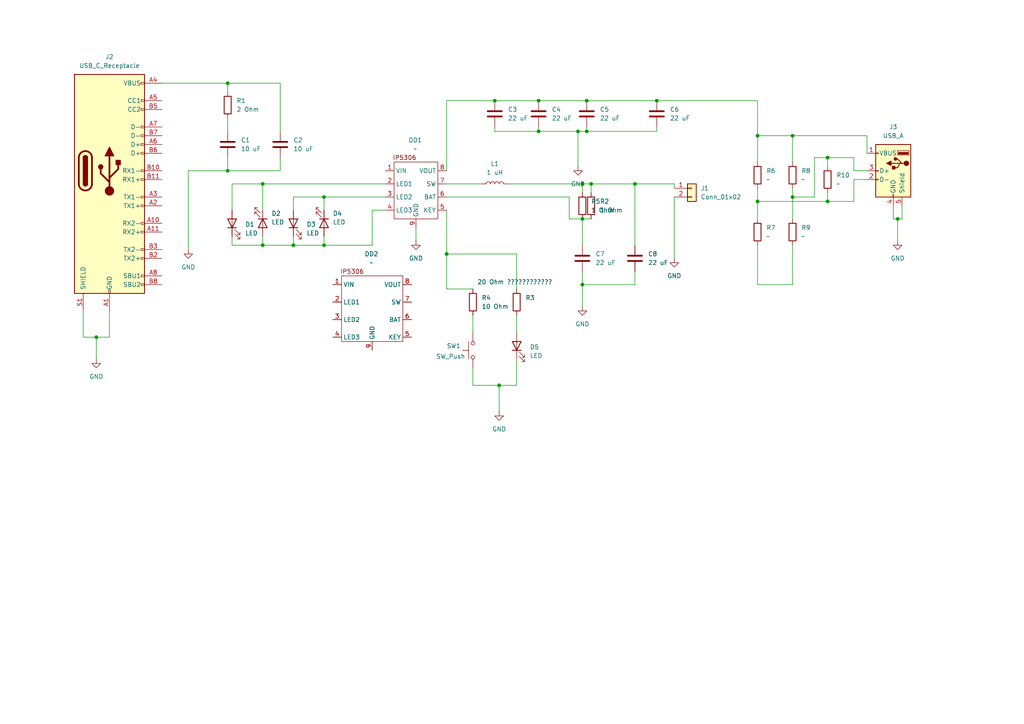
<source format=kicad_sch>
(kicad_sch (version 20231120) (generator "eeschema") (generator_version "8.0")
  (paper "A4")
  (lib_symbols
    (symbol "Connector:USB_A" (pin_names (offset 1.016))
      (property "Reference" "J" (at -5.08 11.43 0))
      (property "Value" "USB_A" (at -5.08 8.89 0))
      (symbol "USB_A_0_1"
        (rectangle (start -5.08 -7.62) (end 5.08 7.62) (stroke (width 0.254)) (fill (type background)))
        (circle (center -3.81 2.159) (radius 0.635) (stroke (width 0.254)) (fill (type outline)))
        (rectangle (start -1.524 4.826) (end -4.318 5.334) (fill (type outline)))
        (rectangle (start -1.27 4.572) (end -4.572 5.842))
        (circle (center -0.635 3.429) (radius 0.381) (stroke (width 0.254)) (fill (type outline)))
        (rectangle (start -0.127 -7.62) (end 0.127 -6.858))
        (polyline (pts (xy -3.175 2.159) (xy -2.54 2.159) (xy -1.27 3.429) (xy -0.635 3.429)) (stroke (width 0.254)))
        (polyline (pts (xy -2.54 2.159) (xy -1.905 2.159) (xy -1.27 0.889) (xy 0 0.889)) (stroke (width 0.254)))
        (polyline (pts (xy 0.635 2.794) (xy 0.635 1.524) (xy 1.905 2.159) (xy 0.635 2.794)) (stroke (width 0.254)) (fill (type outline)))
        (rectangle (start 0.254 1.27) (end -0.508 0.508) (stroke (width 0.254)) (fill (type outline)))
        (rectangle (start 5.08 -2.667) (end 4.318 -2.413))
        (rectangle (start 5.08 -0.127) (end 4.318 0.127))
        (rectangle (start 5.08 4.953) (end 4.318 5.207))
      )
      (symbol "USB_A_1_1"
        (polyline (pts (xy -1.905 2.159) (xy 0.635 2.159)) (stroke (width 0.254)))
        (pin power_in line (at 7.62 5.08 180) (length 2.54) (name "VBUS") (number "1"))
        (pin bidirectional line (at 7.62 -2.54 180) (length 2.54) (name "D-") (number "2"))
        (pin bidirectional line (at 7.62 0 180) (length 2.54) (name "D+") (number "3"))
        (pin power_in line (at 0 -10.16 90) (length 2.54) (name "GND") (number "4"))
        (pin passive line (at -2.54 -10.16 90) (length 2.54) (name "Shield") (number "5"))
      )
    )
    (symbol "Connector:USB_C_Receptacle" (pin_names (offset 1.016))
      (property "Reference" "J" (at -10.16 29.21 0))
      (property "Value" "USB_C_Receptacle" (at 10.16 29.21 0))
      (symbol "USB_C_Receptacle_0_0"
        (rectangle (start -0.254 -35.56) (end 0.254 -34.544))
        (rectangle (start 10.16 -32.766) (end 9.144 -33.274))
        (rectangle (start 10.16 -30.226) (end 9.144 -30.734))
        (rectangle (start 10.16 -25.146) (end 9.144 -25.654))
        (rectangle (start 10.16 -22.606) (end 9.144 -23.114))
        (rectangle (start 10.16 -17.526) (end 9.144 -18.034))
        (rectangle (start 10.16 -14.986) (end 9.144 -15.494))
        (rectangle (start 10.16 -9.906) (end 9.144 -10.414))
        (rectangle (start 10.16 -7.366) (end 9.144 -7.874))
        (rectangle (start 10.16 -2.286) (end 9.144 -2.794))
        (rectangle (start 10.16 0.254) (end 9.144 -0.254))
        (rectangle (start 10.16 5.334) (end 9.144 4.826))
        (rectangle (start 10.16 7.874) (end 9.144 7.366))
        (rectangle (start 10.16 10.414) (end 9.144 9.906))
        (rectangle (start 10.16 12.954) (end 9.144 12.446))
        (rectangle (start 10.16 18.034) (end 9.144 17.526))
        (rectangle (start 10.16 20.574) (end 9.144 20.066))
        (rectangle (start 10.16 25.654) (end 9.144 25.146))
      )
      (symbol "USB_C_Receptacle_0_1"
        (rectangle (start -10.16 27.94) (end 10.16 -35.56) (stroke (width 0.254)) (fill (type background)))
        (arc (start -8.89 -3.81) (mid -6.985 -5.7067) (end -5.08 -3.81) (stroke (width 0.508)))
        (arc (start -7.62 -3.81) (mid -6.985 -4.4423) (end -6.35 -3.81) (stroke (width 0.254)))
        (arc (start -7.62 -3.81) (mid -6.985 -4.4423) (end -6.35 -3.81) (stroke (width 0.254)) (fill (type outline)))
        (rectangle (start -7.62 -3.81) (end -6.35 3.81) (stroke (width 0.254)) (fill (type outline)))
        (arc (start -6.35 3.81) (mid -6.985 4.4423) (end -7.62 3.81) (stroke (width 0.254)))
        (arc (start -6.35 3.81) (mid -6.985 4.4423) (end -7.62 3.81) (stroke (width 0.254)) (fill (type outline)))
        (arc (start -5.08 3.81) (mid -6.985 5.7067) (end -8.89 3.81) (stroke (width 0.508)))
        (polyline (pts (xy -8.89 -3.81) (xy -8.89 3.81)) (stroke (width 0.508)))
        (polyline (pts (xy -5.08 3.81) (xy -5.08 -3.81)) (stroke (width 0.508)))
      )
      (symbol "USB_C_Receptacle_1_1"
        (circle (center -2.54 1.143) (radius 0.635) (stroke (width 0.254)) (fill (type outline)))
        (circle (center 0 -5.842) (radius 1.27) (fill (type outline)))
        (polyline (pts (xy 0 -5.842) (xy 0 4.318)) (stroke (width 0.508)))
        (polyline (pts (xy 0 -3.302) (xy -2.54 -0.762) (xy -2.54 0.508)) (stroke (width 0.508)))
        (polyline (pts (xy 0 -2.032) (xy 2.54 0.508) (xy 2.54 1.778)) (stroke (width 0.508)))
        (polyline (pts (xy -1.27 4.318) (xy 0 6.858) (xy 1.27 4.318) (xy -1.27 4.318)) (stroke (width 0.254)) (fill (type outline)))
        (rectangle (start 1.905 1.778) (end 3.175 3.048) (stroke (width 0.254)) (fill (type outline)))
        (pin passive line (at 0 -40.64 90) (length 5.08) (name "GND") (number "A1"))
        (pin bidirectional line (at 15.24 -15.24 180) (length 5.08) (name "RX2-") (number "A10"))
        (pin bidirectional line (at 15.24 -17.78 180) (length 5.08) (name "RX2+") (number "A11"))
        (pin passive line (at 0 -40.64 90) (length 5.08) hide (name "GND") (number "A12"))
        (pin bidirectional line (at 15.24 -10.16 180) (length 5.08) (name "TX1+") (number "A2"))
        (pin bidirectional line (at 15.24 -7.62 180) (length 5.08) (name "TX1-") (number "A3"))
        (pin passive line (at 15.24 25.4 180) (length 5.08) (name "VBUS") (number "A4"))
        (pin bidirectional line (at 15.24 20.32 180) (length 5.08) (name "CC1") (number "A5"))
        (pin bidirectional line (at 15.24 7.62 180) (length 5.08) (name "D+") (number "A6"))
        (pin bidirectional line (at 15.24 12.7 180) (length 5.08) (name "D-") (number "A7"))
        (pin bidirectional line (at 15.24 -30.48 180) (length 5.08) (name "SBU1") (number "A8"))
        (pin passive line (at 15.24 25.4 180) (length 5.08) hide (name "VBUS") (number "A9"))
        (pin passive line (at 0 -40.64 90) (length 5.08) hide (name "GND") (number "B1"))
        (pin bidirectional line (at 15.24 0 180) (length 5.08) (name "RX1-") (number "B10"))
        (pin bidirectional line (at 15.24 -2.54 180) (length 5.08) (name "RX1+") (number "B11"))
        (pin passive line (at 0 -40.64 90) (length 5.08) hide (name "GND") (number "B12"))
        (pin bidirectional line (at 15.24 -25.4 180) (length 5.08) (name "TX2+") (number "B2"))
        (pin bidirectional line (at 15.24 -22.86 180) (length 5.08) (name "TX2-") (number "B3"))
        (pin passive line (at 15.24 25.4 180) (length 5.08) hide (name "VBUS") (number "B4"))
        (pin bidirectional line (at 15.24 17.78 180) (length 5.08) (name "CC2") (number "B5"))
        (pin bidirectional line (at 15.24 5.08 180) (length 5.08) (name "D+") (number "B6"))
        (pin bidirectional line (at 15.24 10.16 180) (length 5.08) (name "D-") (number "B7"))
        (pin bidirectional line (at 15.24 -33.02 180) (length 5.08) (name "SBU2") (number "B8"))
        (pin passive line (at 15.24 25.4 180) (length 5.08) hide (name "VBUS") (number "B9"))
        (pin passive line (at -7.62 -40.64 90) (length 5.08) (name "SHIELD") (number "S1"))
      )
    )
    (symbol "Connector_Generic:Conn_01x02" (pin_names (offset 1.016) hide)
      (property "Reference" "J" (at 0 2.54 0))
      (property "Value" "Conn_01x02" (at 0 -5.08 0))
      (symbol "Conn_01x02_1_1"
        (rectangle (start -1.27 -2.413) (end 0 -2.667) (stroke (width 0.1524)))
        (rectangle (start -1.27 0.127) (end 0 -0.127) (stroke (width 0.1524)))
        (rectangle (start -1.27 1.27) (end 1.27 -3.81) (stroke (width 0.254)) (fill (type background)))
        (pin passive line (at -5.08 0 0) (length 3.81) (name "Pin_1") (number "1"))
        (pin passive line (at -5.08 -2.54 0) (length 3.81) (name "Pin_2") (number "2"))
      )
    )
    (symbol "Device:C" (pin_numbers hide) (pin_names (offset 0.254))
      (property "Reference" "C" (at 0.635 2.54 0))
      (property "Value" "C" (at 0.635 -2.54 0))
      (symbol "C_0_1"
        (polyline (pts (xy -2.032 -0.762) (xy 2.032 -0.762)) (stroke (width 0.508)))
        (polyline (pts (xy -2.032 0.762) (xy 2.032 0.762)) (stroke (width 0.508)))
      )
      (symbol "C_1_1"
        (pin passive line (at 0 3.81 270) (length 2.794) (name "~") (number "1"))
        (pin passive line (at 0 -3.81 90) (length 2.794) (name "~") (number "2"))
      )
    )
    (symbol "Device:L" (pin_numbers hide) (pin_names (offset 1.016) hide)
      (property "Reference" "L" (at -1.27 0 90))
      (property "Value" "L" (at 1.905 0 90))
      (symbol "L_0_1"
        (arc (start 0 -2.54) (mid 0.6323 -1.905) (end 0 -1.27))
        (arc (start 0 -1.27) (mid 0.6323 -0.635) (end 0 0))
        (arc (start 0 0) (mid 0.6323 0.635) (end 0 1.27))
        (arc (start 0 1.27) (mid 0.6323 1.905) (end 0 2.54))
      )
      (symbol "L_1_1"
        (pin passive line (at 0 3.81 270) (length 1.27) (name "1") (number "1"))
        (pin passive line (at 0 -3.81 90) (length 1.27) (name "2") (number "2"))
      )
    )
    (symbol "Device:LED" (pin_numbers hide) (pin_names (offset 1.016) hide)
      (property "Reference" "D" (at 0 2.54 0))
      (property "Value" "LED" (at 0 -2.54 0))
      (symbol "LED_0_1"
        (polyline (pts (xy -1.27 -1.27) (xy -1.27 1.27)) (stroke (width 0.254)))
        (polyline (pts (xy -1.27 0) (xy 1.27 0)))
        (polyline (pts (xy 1.27 -1.27) (xy 1.27 1.27) (xy -1.27 0) (xy 1.27 -1.27)) (stroke (width 0.254)))
        (polyline (pts (xy -3.048 -0.762) (xy -4.572 -2.286) (xy -3.81 -2.286) (xy -4.572 -2.286) (xy -4.572 -1.524)))
        (polyline (pts (xy -1.778 -0.762) (xy -3.302 -2.286) (xy -2.54 -2.286) (xy -3.302 -2.286) (xy -3.302 -1.524)))
      )
      (symbol "LED_1_1"
        (pin passive line (at -3.81 0 0) (length 2.54) (name "K") (number "1"))
        (pin passive line (at 3.81 0 180) (length 2.54) (name "A") (number "2"))
      )
    )
    (symbol "Device:R" (pin_numbers hide) (pin_names (offset 0))
      (property "Reference" "R" (at 2.032 0 90))
      (property "Value" "R" (at 0 0 90))
      (symbol "R_0_1"
        (rectangle (start -1.016 -2.54) (end 1.016 2.54) (stroke (width 0.254)))
      )
      (symbol "R_1_1"
        (pin passive line (at 0 3.81 270) (length 1.27) (name "~") (number "1"))
        (pin passive line (at 0 -3.81 90) (length 1.27) (name "~") (number "2"))
      )
    )
    (symbol "Library2main:IP5306"
      (property "Reference" "DD" (at 5.08 8.89 0))
      (symbol "IP5306_0_1"
        (rectangle (start -6.35 7.62) (end 6.35 -8.89))
      )
      (symbol "IP5306_1_1"
        (text "IP5306" (at -3.302 8.89 0) (effects (font (size 1.27 1.27))))
        (pin power_in line (at -8.89 5.08 0) (length 2.54) (name "VIN") (number "1"))
        (pin output line (at -8.89 1.27 0) (length 2.54) (name "LED1") (number "2"))
        (pin output line (at -8.89 -2.54 0) (length 2.54) (name "LED2") (number "3"))
        (pin output line (at -8.89 -6.35 0) (length 2.54) (name "LED3") (number "4"))
        (pin input line (at 8.89 -6.35 180) (length 2.54) (name "KEY") (number "5"))
        (pin power_out line (at 8.89 -2.54 180) (length 2.54) (name "BAT") (number "6"))
        (pin power_out line (at 8.89 1.27 180) (length 2.54) (name "SW") (number "7"))
        (pin power_out line (at 8.89 5.08 180) (length 2.54) (name "VOUT") (number "8"))
        (pin power_in line (at 0 -11.43 90) (length 2.54) (name "GND") (number "9"))
      )
    )
    (symbol "LibraryIP5306_2:IP5306"
      (property "Reference" "DD" (at 0 11.176 0))
      (symbol "IP5306_0_1"
        (rectangle (start 8.89 8.89) (end -8.89 -10.16))
      )
      (symbol "IP5306_1_1"
        (text "IP5306" (at -5.842 10.16 0) (effects (font (size 1.27 1.27))))
        (pin power_in line (at -11.43 6.35 0) (length 2.54) (name "VIN") (number "1"))
        (pin output line (at -11.43 1.27 0) (length 2.54) (name "LED1") (number "2"))
        (pin output line (at -11.43 -3.81 0) (length 2.54) (name "LED2") (number "3"))
        (pin output line (at -11.43 -8.89 0) (length 2.54) (name "LED3") (number "4"))
        (pin input line (at 11.43 -8.89 180) (length 2.54) (name "KEY") (number "5"))
        (pin power_out line (at 11.43 -3.81 180) (length 2.54) (name "BAT") (number "6"))
        (pin power_out line (at 11.43 1.27 180) (length 2.54) (name "SW") (number "7"))
        (pin power_out line (at 11.43 6.35 180) (length 2.54) (name "VOUT") (number "8"))
        (pin power_out line (at 0 -12.7 90) (length 2.54) (name "GND") (number "9"))
      )
    )
    (symbol "Switch:SW_Push" (pin_numbers hide) (pin_names (offset 1.016) hide)
      (property "Reference" "SW" (at 1.27 2.54 0))
      (property "Value" "SW_Push" (at 0 -1.524 0))
      (symbol "SW_Push_0_1"
        (circle (center -2.032 0) (radius 0.508))
        (polyline (pts (xy 0 1.27) (xy 0 3.048)))
        (polyline (pts (xy 2.54 1.27) (xy -2.54 1.27)))
        (circle (center 2.032 0) (radius 0.508))
        (pin passive line (at -5.08 0 0) (length 2.54) (name "1") (number "1"))
        (pin passive line (at 5.08 0 180) (length 2.54) (name "2") (number "2"))
      )
    )
    (symbol "power:GND" (power) (pin_numbers hide) (pin_names (offset 0) hide)
      (property "Value" "GND" (at 0 -3.81 0))
      (symbol "GND_0_1"
        (polyline (pts (xy 0 0) (xy 0 -1.27) (xy 1.27 -1.27) (xy 0 -2.54) (xy -1.27 -1.27) (xy 0 -1.27)))
      )
      (symbol "GND_1_1"
        (pin power_in line (at 0 0 270) (length 0) (name "~") (number "1"))
      )
    )
  )
  (junction (at 229.87 57.15))
  (junction (at 93.98 57.15))
  (junction (at 66.04 24.13))
  (junction (at 229.87 39.37))
  (junction (at 190.5 29.21))
  (junction (at 171.45 53.34))
  (junction (at 85.09 71.12))
  (junction (at 260.35 63.5))
  (junction (at 168.91 82.55))
  (junction (at 170.18 38.1))
  (junction (at 76.2 71.12))
  (junction (at 66.04 49.53))
  (junction (at 219.71 58.42))
  (junction (at 93.98 71.12))
  (junction (at 144.78 111.76))
  (junction (at 156.21 38.1))
  (junction (at 168.91 53.34))
  (junction (at 219.71 39.37))
  (junction (at 168.91 63.5))
  (junction (at 240.03 45.72))
  (junction (at 76.2 53.34))
  (junction (at 156.21 29.21))
  (junction (at 240.03 58.42))
  (junction (at 184.15 53.34))
  (junction (at 170.18 29.21))
  (junction (at 129.54 73.66))
  (junction (at 27.94 97.79))
  (junction (at 143.51 29.21))
  (junction (at 167.64 38.1))
  (wire (pts (xy 85.09 68.58) (xy 85.09 71.12)))
  (wire (pts (xy 76.2 71.12) (xy 85.09 71.12)))
  (wire (pts (xy 85.09 71.12) (xy 93.98 71.12)))
  (wire (pts (xy 219.71 39.37) (xy 219.71 46.99)))
  (wire (pts (xy 129.54 83.82) (xy 137.16 83.82)))
  (wire (pts (xy 251.46 39.37) (xy 251.46 44.45)))
  (wire (pts (xy 93.98 68.58) (xy 93.98 71.12)))
  (wire (pts (xy 93.98 60.96) (xy 93.98 57.15)))
  (wire (pts (xy 171.45 53.34) (xy 171.45 55.88)))
  (wire (pts (xy 260.35 63.5) (xy 261.62 63.5)))
  (wire (pts (xy 129.54 73.66) (xy 129.54 83.82)))
  (wire (pts (xy 143.51 38.1) (xy 156.21 38.1)))
  (wire (pts (xy 261.62 59.69) (xy 261.62 63.5)))
  (wire (pts (xy 129.54 60.96) (xy 129.54 73.66)))
  (wire (pts (xy 93.98 57.15) (xy 111.76 57.15)))
  (wire (pts (xy 67.31 71.12) (xy 76.2 71.12)))
  (wire (pts (xy 137.16 106.68) (xy 137.16 111.76)))
  (wire (pts (xy 168.91 63.5) (xy 165.1 63.5)))
  (wire (pts (xy 129.54 73.66) (xy 149.86 73.66)))
  (wire (pts (xy 66.04 49.53) (xy 66.04 45.72)))
  (wire (pts (xy 137.16 91.44) (xy 137.16 96.52)))
  (wire (pts (xy 85.09 60.96) (xy 85.09 57.15)))
  (wire (pts (xy 247.65 58.42) (xy 247.65 52.07)))
  (wire (pts (xy 168.91 63.5) (xy 171.45 63.5)))
  (wire (pts (xy 259.08 59.69) (xy 259.08 63.5)))
  (wire (pts (xy 31.75 97.79) (xy 31.75 90.17)))
  (wire (pts (xy 66.04 49.53) (xy 54.61 49.53)))
  (wire (pts (xy 240.03 55.88) (xy 240.03 58.42)))
  (wire (pts (xy 168.91 82.55) (xy 168.91 88.9)))
  (wire (pts (xy 129.54 53.34) (xy 139.7 53.34)))
  (wire (pts (xy 195.58 57.15) (xy 195.58 74.93)))
  (wire (pts (xy 76.2 53.34) (xy 67.31 53.34)))
  (wire (pts (xy 240.03 45.72) (xy 247.65 45.72)))
  (wire (pts (xy 149.86 73.66) (xy 149.86 83.82)))
  (wire (pts (xy 247.65 52.07) (xy 251.46 52.07)))
  (wire (pts (xy 144.78 111.76) (xy 149.86 111.76)))
  (wire (pts (xy 76.2 53.34) (xy 76.2 60.96)))
  (wire (pts (xy 93.98 71.12) (xy 107.95 71.12)))
  (wire (pts (xy 81.28 24.13) (xy 81.28 38.1)))
  (wire (pts (xy 167.64 38.1) (xy 167.64 48.26)))
  (wire (pts (xy 107.95 60.96) (xy 111.76 60.96)))
  (wire (pts (xy 219.71 58.42) (xy 240.03 58.42)))
  (wire (pts (xy 236.22 57.15) (xy 236.22 45.72)))
  (wire (pts (xy 219.71 58.42) (xy 219.71 63.5)))
  (wire (pts (xy 195.58 53.34) (xy 195.58 54.61)))
  (wire (pts (xy 54.61 49.53) (xy 54.61 72.39)))
  (wire (pts (xy 219.71 54.61) (xy 219.71 58.42)))
  (wire (pts (xy 219.71 71.12) (xy 219.71 82.55)))
  (wire (pts (xy 85.09 57.15) (xy 93.98 57.15)))
  (wire (pts (xy 168.91 82.55) (xy 184.15 82.55)))
  (wire (pts (xy 129.54 57.15) (xy 165.1 57.15)))
  (wire (pts (xy 81.28 49.53) (xy 66.04 49.53)))
  (wire (pts (xy 229.87 39.37) (xy 229.87 46.99)))
  (wire (pts (xy 184.15 53.34) (xy 184.15 71.12)))
  (wire (pts (xy 149.86 91.44) (xy 149.86 96.52)))
  (wire (pts (xy 27.94 97.79) (xy 31.75 97.79)))
  (wire (pts (xy 137.16 111.76) (xy 144.78 111.76)))
  (wire (pts (xy 167.64 38.1) (xy 170.18 38.1)))
  (wire (pts (xy 247.65 49.53) (xy 251.46 49.53)))
  (wire (pts (xy 67.31 53.34) (xy 67.31 60.96)))
  (wire (pts (xy 229.87 82.55) (xy 229.87 71.12)))
  (wire (pts (xy 107.95 71.12) (xy 107.95 60.96)))
  (wire (pts (xy 24.13 97.79) (xy 27.94 97.79)))
  (wire (pts (xy 170.18 29.21) (xy 190.5 29.21)))
  (wire (pts (xy 147.32 53.34) (xy 168.91 53.34)))
  (wire (pts (xy 219.71 39.37) (xy 229.87 39.37)))
  (wire (pts (xy 120.65 66.04) (xy 120.65 69.85)))
  (wire (pts (xy 219.71 82.55) (xy 229.87 82.55)))
  (wire (pts (xy 190.5 38.1) (xy 190.5 36.83)))
  (wire (pts (xy 66.04 34.29) (xy 66.04 38.1)))
  (wire (pts (xy 247.65 45.72) (xy 247.65 49.53)))
  (wire (pts (xy 24.13 90.17) (xy 24.13 97.79)))
  (wire (pts (xy 240.03 45.72) (xy 240.03 48.26)))
  (wire (pts (xy 27.94 97.79) (xy 27.94 104.14)))
  (wire (pts (xy 184.15 53.34) (xy 195.58 53.34)))
  (wire (pts (xy 229.87 57.15) (xy 236.22 57.15)))
  (wire (pts (xy 168.91 53.34) (xy 168.91 55.88)))
  (wire (pts (xy 168.91 78.74) (xy 168.91 82.55)))
  (wire (pts (xy 165.1 63.5) (xy 165.1 57.15)))
  (wire (pts (xy 260.35 63.5) (xy 260.35 69.85)))
  (wire (pts (xy 143.51 29.21) (xy 156.21 29.21)))
  (wire (pts (xy 156.21 38.1) (xy 156.21 36.83)))
  (wire (pts (xy 229.87 57.15) (xy 229.87 63.5)))
  (wire (pts (xy 219.71 29.21) (xy 219.71 39.37)))
  (wire (pts (xy 259.08 63.5) (xy 260.35 63.5)))
  (wire (pts (xy 184.15 78.74) (xy 184.15 82.55)))
  (wire (pts (xy 81.28 45.72) (xy 81.28 49.53)))
  (wire (pts (xy 129.54 29.21) (xy 143.51 29.21)))
  (wire (pts (xy 66.04 24.13) (xy 66.04 26.67)))
  (wire (pts (xy 156.21 29.21) (xy 170.18 29.21)))
  (wire (pts (xy 76.2 68.58) (xy 76.2 71.12)))
  (wire (pts (xy 190.5 29.21) (xy 219.71 29.21)))
  (wire (pts (xy 168.91 63.5) (xy 168.91 71.12)))
  (wire (pts (xy 67.31 68.58) (xy 67.31 71.12)))
  (wire (pts (xy 144.78 111.76) (xy 144.78 119.38)))
  (wire (pts (xy 129.54 29.21) (xy 129.54 49.53)))
  (wire (pts (xy 236.22 45.72) (xy 240.03 45.72)))
  (wire (pts (xy 111.76 53.34) (xy 76.2 53.34)))
  (wire (pts (xy 171.45 53.34) (xy 184.15 53.34)))
  (wire (pts (xy 170.18 38.1) (xy 170.18 36.83)))
  (wire (pts (xy 149.86 104.14) (xy 149.86 111.76)))
  (wire (pts (xy 170.18 38.1) (xy 190.5 38.1)))
  (wire (pts (xy 46.99 24.13) (xy 66.04 24.13)))
  (wire (pts (xy 143.51 38.1) (xy 143.51 36.83)))
  (wire (pts (xy 156.21 38.1) (xy 167.64 38.1)))
  (wire (pts (xy 168.91 53.34) (xy 171.45 53.34)))
  (wire (pts (xy 66.04 24.13) (xy 81.28 24.13)))
  (wire (pts (xy 240.03 58.42) (xy 247.65 58.42)))
  (wire (pts (xy 229.87 54.61) (xy 229.87 57.15)))
  (wire (pts (xy 229.87 39.37) (xy 251.46 39.37)))
  (symbol (lib_id "power:GND") (at 27.94 104.14 0) (unit 1)
    (property "Reference" "#PWR05" (effects (hide yes)))
    (property "Value" "GND" (at 27.94 109.22 0))
    (property "Description" "Power symbol creates a global label with name \"GND\" , ground" (effects (hide yes)))
  )
  (symbol (lib_id "Library2main:IP5306") (at 120.65 54.61 0) (unit 1)
    (property "Reference" "DD1" (at 120.4402 40.64 0))
    (property "Value" "~" (at 120.4402 43.18 0))
    (property "Footprint" "Package_SO:SOIC-8-1EP_3.9x4.9mm_P1.27mm_EP2.95x4.9mm_Mask2.71x3.4mm_ThermalVias" (effects (hide yes)))
  )
  (symbol (lib_id "Device:L") (at 143.51 53.34 90) (unit 1)
    (property "Reference" "L1" (at 143.51 47.498 90))
    (property "Value" "1 uH" (at 143.51 50.038 90))
    (property "Footprint" "Inductor_SMD:L_6.3x6.3_H3" (effects (hide yes)))
    (property "Description" "Inductor" (effects (hide yes)))
  )
  (symbol (lib_id "Device:C") (at 66.04 41.91 0) (unit 1)
    (property "Reference" "C1" (at 69.85 40.6399 0) (effects (justify left)))
    (property "Value" "10 uF" (at 69.85 43.1799 0) (effects (justify left)))
    (property "Footprint" "Capacitor_SMD:C_1206_3216Metric_Pad1.33x1.80mm_HandSolder" (effects (hide yes)))
    (property "Description" "Unpolarized capacitor" (effects (hide yes)))
  )
  (symbol (lib_id "Device:R") (at 66.04 30.48 0) (unit 1)
    (property "Reference" "R1" (at 68.58 29.2099 0) (effects (justify left)))
    (property "Value" "2 Ohm" (at 68.58 31.7499 0) (effects (justify left)))
    (property "Footprint" "Resistor_SMD:R_0603_1608Metric_Pad0.98x0.95mm_HandSolder" (effects (hide yes)))
    (property "Description" "Resistor" (effects (hide yes)))
  )
  (symbol (lib_id "Device:C") (at 190.5 33.02 0) (unit 1)
    (property "Reference" "C6" (at 194.31 31.7499 0) (effects (justify left)))
    (property "Value" "22 uF" (at 194.31 34.2899 0) (effects (justify left)))
    (property "Footprint" "Capacitor_SMD:C_1206_3216Metric_Pad1.33x1.80mm_HandSolder" (effects (hide yes)))
    (property "Description" "Unpolarized capacitor" (effects (hide yes)))
  )
  (symbol (lib_id "Device:R") (at 229.87 50.8 0) (unit 1)
    (property "Reference" "R8" (at 232.41 49.5299 0) (effects (justify left)))
    (property "Value" "~" (at 232.41 52.0699 0) (effects (justify left)))
    (property "Footprint" "Resistor_SMD:R_0603_1608Metric_Pad0.98x0.95mm_HandSolder" (effects (hide yes)))
    (property "Description" "Resistor" (effects (hide yes)))
  )
  (symbol (lib_id "Device:R") (at 219.71 67.31 0) (unit 1)
    (property "Reference" "R7" (at 222.25 66.0399 0) (effects (justify left)))
    (property "Value" "~" (at 222.25 68.5799 0) (effects (justify left)))
    (property "Footprint" "Resistor_SMD:R_0603_1608Metric_Pad0.98x0.95mm_HandSolder" (effects (hide yes)))
    (property "Description" "Resistor" (effects (hide yes)))
  )
  (symbol (lib_id "Device:R") (at 219.71 50.8 0) (unit 1)
    (property "Reference" "R6" (at 222.25 49.5299 0) (effects (justify left)))
    (property "Value" "~" (at 222.25 52.0699 0) (effects (justify left)))
    (property "Footprint" "Resistor_SMD:R_0603_1608Metric_Pad0.98x0.95mm_HandSolder" (effects (hide yes)))
    (property "Description" "Resistor" (effects (hide yes)))
  )
  (symbol (lib_id "Device:R") (at 229.87 67.31 0) (unit 1)
    (property "Reference" "R9" (at 232.41 66.0399 0) (effects (justify left)))
    (property "Value" "~" (at 232.41 68.5799 0) (effects (justify left)))
    (property "Footprint" "Resistor_SMD:R_0603_1608Metric_Pad0.98x0.95mm_HandSolder" (effects (hide yes)))
    (property "Description" "Resistor" (effects (hide yes)))
  )
  (symbol (lib_id "Connector:USB_A") (at 259.08 49.53 0) (mirror y) (unit 1)
    (property "Reference" "J3" (at 259.08 36.83 0))
    (property "Value" "USB_A" (at 259.08 39.37 0))
    (property "Footprint" "Connector_USB:USB_A_CONNFLY_DS1095-WNR0" (effects (hide yes)))
    (property "Description" "USB Type A connector" (effects (hide yes)))
  )
  (symbol (lib_id "Device:C") (at 81.28 41.91 0) (unit 1)
    (property "Reference" "C2" (at 85.09 40.6399 0) (effects (justify left)))
    (property "Value" "10 uF" (at 85.09 43.1799 0) (effects (justify left)))
    (property "Footprint" "Capacitor_SMD:C_1206_3216Metric_Pad1.33x1.80mm_HandSolder" (effects (hide yes)))
    (property "Description" "Unpolarized capacitor" (effects (hide yes)))
  )
  (symbol (lib_id "power:GND") (at 260.35 69.85 0) (unit 1)
    (property "Reference" "#PWR07" (effects (hide yes)))
    (property "Value" "GND" (at 260.35 74.93 0))
    (property "Description" "Power symbol creates a global label with name \"GND\" , ground" (effects (hide yes)))
  )
  (symbol (lib_id "Device:LED") (at 67.31 64.77 90) (unit 1)
    (property "Reference" "D1" (at 71.12 65.0874 90) (effects (justify right)))
    (property "Value" "LED" (at 71.12 67.6274 90) (effects (justify right)))
    (property "Footprint" "LED_SMD:LED_0603_1608Metric_Pad1.05x0.95mm_HandSolder" (effects (hide yes)))
    (property "Description" "Light emitting diode" (effects (hide yes)))
  )
  (symbol (lib_id "Device:C") (at 184.15 74.93 0) (unit 1)
    (property "Reference" "C8" (at 187.96 73.6599 0) (effects (justify left)))
    (property "Value" "22 uF" (at 187.96 76.1999 0) (effects (justify left)))
    (property "Footprint" "Capacitor_SMD:C_1206_3216Metric_Pad1.33x1.80mm_HandSolder" (effects (hide yes)))
    (property "Description" "Unpolarized capacitor" (effects (hide yes)))
  )
  (symbol (lib_id "Device:R") (at 137.16 87.63 180) (unit 1)
    (property "Reference" "R4" (at 139.7 86.3599 0) (effects (justify right)))
    (property "Value" "10 Ohm" (at 139.7 88.8999 0) (effects (justify right)))
    (property "Footprint" "Resistor_SMD:R_0603_1608Metric_Pad0.98x0.95mm_HandSolder" (effects (hide yes)))
    (property "Description" "Resistor" (effects (hide yes)))
  )
  (symbol (lib_id "power:GND") (at 167.64 48.26 0) (unit 1)
    (property "Reference" "#PWR08" (effects (hide yes)))
    (property "Value" "GND" (at 167.64 53.34 0))
    (property "Description" "Power symbol creates a global label with name \"GND\" , ground" (effects (hide yes)))
  )
  (symbol (lib_id "power:GND") (at 168.91 88.9 0) (unit 1)
    (property "Reference" "#PWR03" (effects (hide yes)))
    (property "Value" "GND" (at 168.91 93.98 0))
    (property "Description" "Power symbol creates a global label with name \"GND\" , ground" (effects (hide yes)))
  )
  (symbol (lib_id "Device:C") (at 168.91 74.93 0) (unit 1)
    (property "Reference" "C7" (at 172.72 73.6599 0) (effects (justify left)))
    (property "Value" "22 uF" (at 172.72 76.1999 0) (effects (justify left)))
    (property "Footprint" "Capacitor_SMD:C_1206_3216Metric_Pad1.33x1.80mm_HandSolder" (effects (hide yes)))
    (property "Description" "Unpolarized capacitor" (effects (hide yes)))
  )
  (symbol (lib_id "Device:LED") (at 149.86 100.33 90) (unit 1)
    (property "Reference" "D5" (at 153.67 100.6474 90) (effects (justify right)))
    (property "Value" "LED" (at 153.67 103.1874 90) (effects (justify right)))
    (property "Footprint" "LED_THT:LED_D5.0mm_IRBlack" (effects (hide yes)))
    (property "Description" "Light emitting diode" (effects (hide yes)))
  )
  (symbol (lib_id "Device:R") (at 168.91 59.69 0) (unit 1)
    (property "Reference" "R5" (at 171.45 58.4199 0) (effects (justify left)))
    (property "Value" "1 Ohm" (at 171.45 60.9599 0) (effects (justify left)))
    (property "Footprint" "Resistor_SMD:R_0603_1608Metric_Pad0.98x0.95mm_HandSolder" (effects (hide yes)))
    (property "Description" "Resistor" (effects (hide yes)))
  )
  (symbol (lib_id "Device:LED") (at 93.98 64.77 270) (unit 1)
    (property "Reference" "D4" (at 96.52 61.9124 90) (effects (justify left)))
    (property "Value" "LED" (at 96.52 64.4524 90) (effects (justify left)))
    (property "Footprint" "LED_SMD:LED_0603_1608Metric_Pad1.05x0.95mm_HandSolder" (effects (hide yes)))
    (property "Description" "Light emitting diode" (effects (hide yes)))
  )
  (symbol (lib_id "power:GND") (at 144.78 119.38 0) (unit 1)
    (property "Reference" "#PWR02" (effects (hide yes)))
    (property "Value" "GND" (at 144.78 124.46 0))
    (property "Description" "Power symbol creates a global label with name \"GND\" , ground" (effects (hide yes)))
  )
  (symbol (lib_id "LibraryIP5306_2:IP5306") (at 107.95 88.9 0) (unit 1)
    (property "Reference" "DD2" (at 107.7402 73.66 0))
    (property "Value" "~" (at 107.7402 76.2 0))
  )
  (symbol (lib_id "Switch:SW_Push") (at 137.16 101.6 90) (unit 1)
    (property "Reference" "SW1" (at 129.54 100.33 90) (effects (justify right)))
    (property "Value" "SW_Push" (at 126.492 103.378 90) (effects (justify right)))
    (property "Footprint" "Button_Switch_THT:SW_PUSH_6mm_H13mm" (effects (hide yes)))
    (property "Description" "Push button switch, generic, two pins" (effects (hide yes)))
  )
  (symbol (lib_id "Device:R") (at 171.45 59.69 0) (unit 1)
    (property "Reference" "R2" (at 173.99 58.4199 0) (effects (justify left)))
    (property "Value" "1 Ohm" (at 173.99 60.9599 0) (effects (justify left)))
    (property "Footprint" "Resistor_SMD:R_0603_1608Metric_Pad0.98x0.95mm_HandSolder" (effects (hide yes)))
    (property "Description" "Resistor" (effects (hide yes)))
  )
  (symbol (lib_id "power:GND") (at 120.65 69.85 0) (unit 1)
    (property "Reference" "#PWR01" (effects (hide yes)))
    (property "Value" "GND" (at 120.65 74.93 0))
    (property "Description" "Power symbol creates a global label with name \"GND\" , ground" (effects (hide yes)))
  )
  (symbol (lib_id "Connector:USB_C_Receptacle") (at 31.75 49.53 0) (unit 1)
    (property "Reference" "J2" (at 31.75 16.51 0))
    (property "Value" "USB_C_Receptacle" (at 31.75 19.05 0))
    (property "Footprint" "Connector_USB:USB_C_Receptacle_JAE_DX07S024WJ3R400" (effects (hide yes)))
    (property "Datasheet" "https://www.usb.org/sites/default/files/documents/usb_type-c.zip" (effects (hide yes)))
    (property "Description" "USB Full-Featured Type-C Receptacle connector" (effects (hide yes)))
  )
  (symbol (lib_id "Device:R") (at 240.03 52.07 0) (unit 1)
    (property "Reference" "R10" (at 242.57 50.7999 0) (effects (justify left)))
    (property "Value" "~" (at 242.57 53.3399 0) (effects (justify left)))
    (property "Footprint" "Resistor_SMD:R_0603_1608Metric_Pad0.98x0.95mm_HandSolder" (effects (hide yes)))
    (property "Description" "Resistor" (effects (hide yes)))
  )
  (symbol (lib_id "Device:C") (at 143.51 33.02 0) (unit 1)
    (property "Reference" "C3" (at 147.32 31.7499 0) (effects (justify left)))
    (property "Value" "22 uF" (at 147.32 34.2899 0) (effects (justify left)))
    (property "Footprint" "Capacitor_SMD:C_1206_3216Metric_Pad1.33x1.80mm_HandSolder" (effects (hide yes)))
    (property "Description" "Unpolarized capacitor" (effects (hide yes)))
  )
  (symbol (lib_id "Connector_Generic:Conn_01x02") (at 200.66 54.61 0) (unit 1)
    (property "Reference" "J1" (at 203.2 54.6099 0) (effects (justify left)))
    (property "Value" "Conn_01x02" (at 203.2 57.1499 0) (effects (justify left)))
    (property "Footprint" "Connector_JST:JST_XH_B2B-XH-A_1x02_P2.50mm_Vertical" (effects (hide yes)))
    (property "Description" "Generic connector, single row, 01x02, script generated (kicad-library-utils/schlib/autogen/connector/)" (effects (hide yes)))
  )
  (symbol (lib_id "Device:C") (at 156.21 33.02 0) (unit 1)
    (property "Reference" "C4" (at 160.02 31.7499 0) (effects (justify left)))
    (property "Value" "22 uF" (at 160.02 34.2899 0) (effects (justify left)))
    (property "Footprint" "Capacitor_SMD:C_1206_3216Metric_Pad1.33x1.80mm_HandSolder" (effects (hide yes)))
    (property "Description" "Unpolarized capacitor" (effects (hide yes)))
  )
  (symbol (lib_id "Device:R") (at 149.86 87.63 180) (unit 1)
    (property "Reference" "R3" (at 152.4 86.3599 0) (effects (justify right)))
    (property "Value" "20 Ohm ????????????" (at 138.43 81.788 0) (effects (justify right)))
    (property "Footprint" "Resistor_SMD:R_0603_1608Metric_Pad0.98x0.95mm_HandSolder" (effects (hide yes)))
    (property "Description" "Resistor" (effects (hide yes)))
  )
  (symbol (lib_id "Device:LED") (at 76.2 64.77 270) (unit 1)
    (property "Reference" "D2" (at 78.74 61.9124 90) (effects (justify left)))
    (property "Value" "LED" (at 78.74 64.4524 90) (effects (justify left)))
    (property "Footprint" "LED_SMD:LED_0603_1608Metric_Pad1.05x0.95mm_HandSolder" (effects (hide yes)))
    (property "Description" "Light emitting diode" (effects (hide yes)))
  )
  (symbol (lib_id "Device:C") (at 170.18 33.02 0) (unit 1)
    (property "Reference" "C5" (at 173.99 31.7499 0) (effects (justify left)))
    (property "Value" "22 uF" (at 173.99 34.2899 0) (effects (justify left)))
    (property "Footprint" "Capacitor_SMD:C_1206_3216Metric_Pad1.33x1.80mm_HandSolder" (effects (hide yes)))
    (property "Description" "Unpolarized capacitor" (effects (hide yes)))
  )
  (symbol (lib_id "Device:LED") (at 85.09 64.77 90) (unit 1)
    (property "Reference" "D3" (at 88.9 65.0874 90) (effects (justify right)))
    (property "Value" "LED" (at 88.9 67.6274 90) (effects (justify right)))
    (property "Footprint" "LED_SMD:LED_0603_1608Metric_Pad1.05x0.95mm_HandSolder" (effects (hide yes)))
    (property "Description" "Light emitting diode" (effects (hide yes)))
  )
  (symbol (lib_id "power:GND") (at 195.58 74.93 0) (unit 1)
    (property "Reference" "#PWR04" (effects (hide yes)))
    (property "Value" "GND" (at 195.58 80.01 0))
    (property "Description" "Power symbol creates a global label with name \"GND\" , ground" (effects (hide yes)))
  )
  (symbol (lib_id "power:GND") (at 54.61 72.39 0) (unit 1)
    (property "Reference" "#PWR06" (effects (hide yes)))
    (property "Value" "GND" (at 54.61 77.47 0))
    (property "Description" "Power symbol creates a global label with name \"GND\" , ground" (effects (hide yes)))
  )
)
</source>
